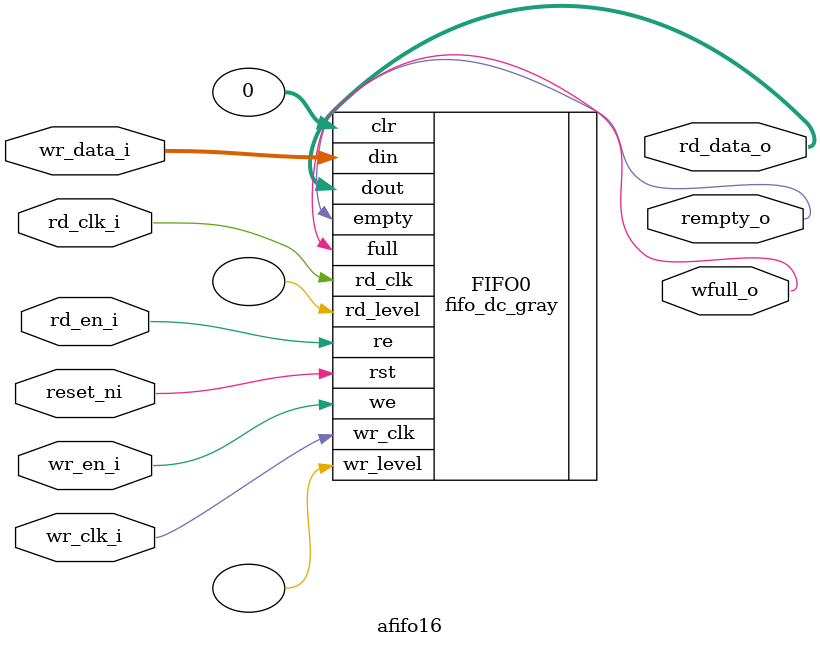
<source format=v>
`timescale 1ns/100ps
module afifo16 (
		reset_ni,
		
		rd_clk_i,
		rd_en_i,
		rd_data_o,
		
		wr_clk_i,
		wr_en_i,
		wr_data_i,
		
		rempty_o,
		wfull_o
	);
	
	parameter	WIDTH	= 16;
	
	input	reset_ni;
	
	input	rd_clk_i;
	input	rd_en_i;
	output	[WIDTH-1:0]	rd_data_o;
	
	input	wr_clk_i;
	input	wr_en_i;
	input	[WIDTH-1:0]	wr_data_i;
	
	output	rempty_o;
	output	wfull_o;
	
	fifo_dc_gray #(WIDTH,4,16) FIFO0 (
		.rd_clk		(rd_clk_i),
		.wr_clk		(wr_clk_i),
		.rst		(reset_ni),
		.clr		(0),
		.din		(wr_data_i),
		.we		(wr_en_i),
		
		.dout		(rd_data_o),
		.re		(rd_en_i),
		.full		(wfull_o),
		.empty		(rempty_o),
		.wr_level	(),
		.rd_level	()
	);
	
endmodule	// afifo16

</source>
